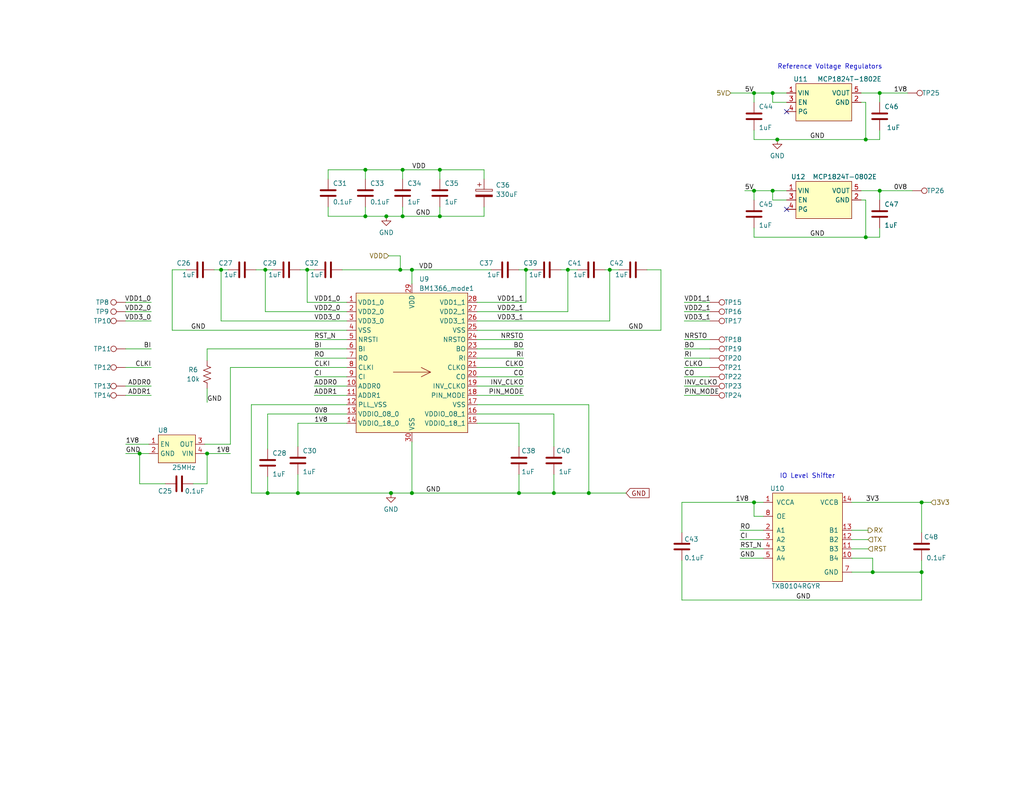
<source format=kicad_sch>
(kicad_sch (version 20231120) (generator "eeschema") (generator_version "8.0")
  (paper "A")
  (title_block (title "Bitaxe Ultra") (date "2023-12-10") (rev "204"))
  (lib_symbols
    (symbol "Connector:TestPoint" (pin_numbers hide) (pin_names (offset 0.762) hide)
      (property "Reference" "TP" (at 0 6.858 0))
      (property "Value" "TestPoint" (at 0 5.08 0))
      (symbol "TestPoint_0_1"
        (circle (center 0 3.302) (radius 0.762))
      )
      (symbol "TestPoint_1_1"
        (pin passive line (at 0 0 90) (length 2.54) (name "1") (number "1"))
      )
    )
    (symbol "Device:C" (pin_numbers hide) (pin_names (offset 0.254))
      (property "Reference" "C" (at 0.635 2.54 0))
      (property "Value" "C" (at 0.635 -2.54 0))
      (symbol "C_0_1"
        (polyline (pts (xy -2.032 -0.762) (xy 2.032 -0.762)) (stroke (width 0.508)))
        (polyline (pts (xy -2.032 0.762) (xy 2.032 0.762)) (stroke (width 0.508)))
      )
      (symbol "C_1_1"
        (pin passive line (at 0 3.81 270) (length 2.794) (name "~") (number "1"))
        (pin passive line (at 0 -3.81 90) (length 2.794) (name "~") (number "2"))
      )
    )
    (symbol "Device:C_Polarized" (pin_numbers hide) (pin_names (offset 0.254))
      (property "Reference" "C" (at 0.635 2.54 0))
      (property "Value" "C_Polarized" (at 0.635 -2.54 0))
      (symbol "C_Polarized_0_1"
        (rectangle (start -2.286 0.508) (end 2.286 1.016))
        (polyline (pts (xy -1.778 2.286) (xy -0.762 2.286)))
        (polyline (pts (xy -1.27 2.794) (xy -1.27 1.778)))
        (rectangle (start 2.286 -0.508) (end -2.286 -1.016) (fill (type outline)))
      )
      (symbol "C_Polarized_1_1"
        (pin passive line (at 0 3.81 270) (length 2.794) (name "~") (number "1"))
        (pin passive line (at 0 -3.81 90) (length 2.794) (name "~") (number "2"))
      )
    )
    (symbol "Device:R_US" (pin_numbers hide) (pin_names (offset 0))
      (property "Reference" "R" (at 2.54 0 90))
      (property "Value" "R_US" (at -2.54 0 90))
      (symbol "R_US_0_1"
        (polyline (pts (xy 0 -2.286) (xy 0 -2.54)))
        (polyline (pts (xy 0 2.286) (xy 0 2.54)))
        (polyline (pts (xy 0 -0.762) (xy 1.016 -1.143) (xy 0 -1.524) (xy -1.016 -1.905) (xy 0 -2.286)))
        (polyline (pts (xy 0 0.762) (xy 1.016 0.381) (xy 0 0) (xy -1.016 -0.381) (xy 0 -0.762)))
        (polyline (pts (xy 0 2.286) (xy 1.016 1.905) (xy 0 1.524) (xy -1.016 1.143) (xy 0 0.762)))
      )
      (symbol "R_US_1_1"
        (pin passive line (at 0 3.81 270) (length 1.27) (name "~") (number "1"))
        (pin passive line (at 0 -3.81 90) (length 1.27) (name "~") (number "2"))
      )
    )
    (symbol "MCP1824_1"
      (property "Reference" "U" (at -7.62 5.08 0))
      (property "Value" "MCP1824_1" (at 5.08 5.08 0))
      (symbol "MCP1824_1_0_1"
        (rectangle (start -7.62 3.81) (end 7.62 -6.35) (stroke (width 0.1524)) (fill (type background)))
      )
      (symbol "MCP1824_1_1_0"
        (pin bidirectional line (at -10.16 1.27 0) (length 2.54) (name "VIN") (number "1"))
        (pin bidirectional line (at 10.16 -1.27 180) (length 2.54) (name "GND") (number "2"))
        (pin bidirectional line (at -10.16 -1.27 0) (length 2.54) (name "EN") (number "3"))
        (pin bidirectional line (at -10.16 -3.81 0) (length 2.54) (name "PG") (number "4"))
        (pin bidirectional line (at 10.16 1.27 180) (length 2.54) (name "VOUT") (number "5"))
      )
    )
    (symbol "bitaxe:BM1366_mode1"
      (property "Reference" "U14" (at 1.9559 24.13 0))
      (property "Value" "BM1366_mode1" (at 1.9559 21.59 0))
      (symbol "BM1366_mode1_0_1"
        (rectangle (start -15.24 20.32) (end 15.24 -17.78) (fill (type background)))
        (polyline (pts (xy 5.08 -1.27) (xy -5.08 -1.27)))
        (polyline (pts (xy 5.08 -1.27) (xy 2.54 -2.54)))
        (polyline (pts (xy 5.08 -1.27) (xy 2.54 0)))
      )
      (symbol "BM1366_mode1_1_1"
        (pin power_in line (at -17.78 17.78 0) (length 2.54) (name "VDD1_0") (number "1"))
        (pin input line (at -17.78 -5.08 0) (length 2.54) (name "ADDR0") (number "10"))
        (pin input line (at -17.78 -7.62 0) (length 2.54) (name "ADDR1") (number "11"))
        (pin power_in line (at -17.78 -10.16 0) (length 2.54) (name "PLL_VSS") (number "12"))
        (pin power_in line (at -17.78 -12.7 0) (length 2.54) (name "VDDIO_08_0") (number "13"))
        (pin power_in line (at -17.78 -15.24 0) (length 2.54) (name "VDDIO_18_0") (number "14"))
        (pin power_in line (at 17.78 -15.24 180) (length 2.54) (name "VDDIO_18_1") (number "15"))
        (pin power_in line (at 17.78 -12.7 180) (length 2.54) (name "VDDIO_08_1") (number "16"))
        (pin power_in line (at 17.78 -10.16 180) (length 2.54) (name "VSS") (number "17"))
        (pin input line (at 17.78 -7.62 180) (length 2.54) (name "PIN_MODE") (number "18"))
        (pin output line (at 17.78 -5.08 180) (length 2.54) (name "INV_CLKO") (number "19"))
        (pin power_in line (at -17.78 15.24 0) (length 2.54) (name "VDD2_0") (number "2"))
        (pin output line (at 17.78 -2.54 180) (length 2.54) (name "CO") (number "20"))
        (pin output line (at 17.78 0 180) (length 2.54) (name "CLKO") (number "21"))
        (pin input line (at 17.78 2.54 180) (length 2.54) (name "RI") (number "22"))
        (pin output line (at 17.78 5.08 180) (length 2.54) (name "BO") (number "23"))
        (pin output line (at 17.78 7.62 180) (length 2.54) (name "NRSTO") (number "24"))
        (pin power_in line (at 17.78 10.16 180) (length 2.54) (name "VSS") (number "25"))
        (pin power_in line (at 17.78 12.7 180) (length 2.54) (name "VDD3_1") (number "26"))
        (pin power_in line (at 17.78 15.24 180) (length 2.54) (name "VDD2_1") (number "27"))
        (pin power_in line (at 17.78 17.78 180) (length 2.54) (name "VDD1_1") (number "28"))
        (pin power_in line (at 0 22.86 270) (length 2.54) (name "VDD") (number "29"))
        (pin power_in line (at -17.78 12.7 0) (length 2.54) (name "VDD3_0") (number "3"))
        (pin power_in line (at 0 -20.32 90) (length 2.54) (name "VSS") (number "30"))
        (pin power_in line (at -17.78 10.16 0) (length 2.54) (name "VSS") (number "4"))
        (pin input line (at -17.78 7.62 0) (length 2.54) (name "NRSTI") (number "5"))
        (pin input line (at -17.78 5.08 0) (length 2.54) (name "BI") (number "6"))
        (pin output line (at -17.78 2.54 0) (length 2.54) (name "RO") (number "7"))
        (pin input line (at -17.78 0 0) (length 2.54) (name "CLKI") (number "8"))
        (pin input line (at -17.78 -2.54 0) (length 2.54) (name "CI") (number "9"))
      )
    )
    (symbol "bitaxe:MCP1824"
      (property "Reference" "U" (at -7.62 5.08 0))
      (property "Value" "MCP1824" (at 5.08 5.08 0))
      (symbol "MCP1824_0_1"
        (rectangle (start -7.62 3.81) (end 7.62 -6.35) (stroke (width 0.1524)) (fill (type background)))
      )
      (symbol "MCP1824_1_0"
        (pin bidirectional line (at -10.16 1.27 0) (length 2.54) (name "VIN") (number "1"))
        (pin bidirectional line (at 10.16 -1.27 180) (length 2.54) (name "GND") (number "2"))
        (pin bidirectional line (at -10.16 -1.27 0) (length 2.54) (name "EN") (number "3"))
        (pin bidirectional line (at -10.16 -3.81 0) (length 2.54) (name "PG") (number "4"))
        (pin bidirectional line (at 10.16 1.27 180) (length 2.54) (name "VOUT") (number "5"))
      )
    )
    (symbol "bitaxe:TXB0104RGYR" (pin_names (offset 1.016))
      (property "Reference" "U" (at -8.89 12.7 0))
      (property "Value" "TXB0104RGYR" (at -8.89 -11.43 0))
      (symbol "TXB0104RGYR_0_0"
        (rectangle (start -8.89 12.7) (end 10.16 -11.43) (stroke (width 0.1524)) (fill (type background)))
        (pin power_in line (at -11.43 10.16 0) (length 2.54) (name "VCCA") (number "1"))
        (pin bidirectional line (at 12.7 -5.08 180) (length 2.54) (name "B4") (number "10"))
        (pin bidirectional line (at 12.7 -2.54 180) (length 2.54) (name "B3") (number "11"))
        (pin bidirectional line (at 12.7 0 180) (length 2.54) (name "B2") (number "12"))
        (pin bidirectional line (at 12.7 2.54 180) (length 2.54) (name "B1") (number "13"))
        (pin power_in line (at 12.7 10.16 180) (length 2.54) (name "VCCB") (number "14"))
        (pin passive line (at 12.7 -8.89 180) (length 2.54) hide (name "GND") (number "15"))
        (pin passive line (at 12.7 -8.89 180) (length 2.54) hide (name "GND") (number "16"))
        (pin passive line (at 12.7 -8.89 180) (length 2.54) hide (name "GND") (number "17"))
        (pin passive line (at 12.7 -8.89 180) (length 2.54) hide (name "GND") (number "18"))
        (pin passive line (at 12.7 -8.89 180) (length 2.54) hide (name "GND") (number "19"))
        (pin bidirectional line (at -11.43 2.54 0) (length 2.54) (name "A1") (number "2"))
        (pin bidirectional line (at -11.43 0 0) (length 2.54) (name "A2") (number "3"))
        (pin bidirectional line (at -11.43 -2.54 0) (length 2.54) (name "A3") (number "4"))
        (pin bidirectional line (at -11.43 -5.08 0) (length 2.54) (name "A4") (number "5"))
        (pin power_in line (at 12.7 -8.89 180) (length 2.54) (name "GND") (number "7"))
        (pin input line (at -11.43 6.35 0) (length 2.54) (name "OE") (number "8"))
      )
      (symbol "TXB0104RGYR_1_1"
        (pin no_connect line (at -11.43 -8.89 0) (length 2.54) hide (name "NC") (number "6"))
        (pin no_connect line (at -11.43 -8.89 0) (length 2.54) hide (name "NC") (number "9"))
      )
    )
    (symbol "bitaxe:oscillator"
      (property "Reference" "U" (at -3.81 5.08 0))
      (property "Value" "oscillator" (at 0 -5.08 0))
      (symbol "oscillator_0_1"
        (rectangle (start -5.08 3.81) (end 5.08 -3.81) (stroke (width 0.1524)) (fill (type background)))
      )
      (symbol "oscillator_1_0"
        (pin bidirectional line (at -7.62 1.27 0) (length 2.54) (name "EN") (number "1"))
        (pin bidirectional line (at -7.62 -1.27 0) (length 2.54) (name "GND") (number "2"))
        (pin bidirectional line (at 7.62 1.27 180) (length 2.54) (name "OUT") (number "3"))
        (pin bidirectional line (at 7.62 -1.27 180) (length 2.54) (name "VIN") (number "4"))
      )
    )
    (symbol "power:GND" (power) (pin_names (offset 0))
      (property "Value" "GND" (at 0 -3.81 0))
      (symbol "GND_0_1"
        (polyline (pts (xy 0 0) (xy 0 -1.27) (xy 1.27 -1.27) (xy 0 -2.54) (xy -1.27 -1.27) (xy 0 -1.27)))
      )
      (symbol "GND_1_1"
        (pin power_in line (at 0 0 270) (length 0) hide (name "GND") (number "1"))
      )
    )
  )
  (junction (at 120.015 46.355))
  (junction (at 112.395 134.62))
  (junction (at 143.51 73.66))
  (junction (at 212.09 38.1))
  (junction (at 154.94 73.66))
  (junction (at 205.74 25.4) (diameter 0.9144))
  (junction (at 160.655 134.62))
  (junction (at 81.28 134.62))
  (junction (at 251.46 156.21))
  (junction (at 105.41 59.055))
  (junction (at 60.325 73.66))
  (junction (at 73.025 134.62))
  (junction (at 106.68 134.62))
  (junction (at 236.22 64.77) (diameter 0.9144))
  (junction (at 38.1 123.825))
  (junction (at 240.03 25.4) (diameter 0.9144))
  (junction (at 151.13 134.62))
  (junction (at 205.74 52.07) (diameter 0.9144))
  (junction (at 210.82 52.07))
  (junction (at 236.22 38.1) (diameter 0.9144))
  (junction (at 109.22 73.66))
  (junction (at 99.695 46.355) (diameter 0.9144))
  (junction (at 112.395 73.66))
  (junction (at 99.695 59.055) (diameter 0.9144))
  (junction (at 72.39 73.66))
  (junction (at 210.82 25.4))
  (junction (at 120.015 59.055))
  (junction (at 109.855 46.355) (diameter 0.9144))
  (junction (at 109.855 59.055) (diameter 0.9144))
  (junction (at 83.82 73.66))
  (junction (at 205.74 137.16))
  (junction (at 238.125 156.21))
  (junction (at 56.515 123.825))
  (junction (at 141.605 134.62))
  (junction (at 166.37 73.66))
  (junction (at 251.46 137.16))
  (junction (at 240.03 52.07) (diameter 0.9144))
  (no_connect (at 214.63 57.15))
  (no_connect (at 214.63 30.48))
  (wire (pts (xy 34.29 121.285) (xy 40.64 121.285)))
  (wire (pts (xy 132.08 48.895) (xy 132.08 46.355)))
  (wire (pts (xy 210.82 25.4) (xy 214.63 25.4)))
  (wire (pts (xy 55.88 123.825) (xy 56.515 123.825)))
  (wire (pts (xy 34.29 85.09) (xy 41.275 85.09)))
  (wire (pts (xy 34.29 87.63) (xy 41.275 87.63)))
  (wire (pts (xy 166.37 87.63) (xy 166.37 73.66)))
  (wire (pts (xy 180.34 90.17) (xy 180.34 73.66)))
  (wire (pts (xy 154.94 85.09) (xy 154.94 73.66)))
  (wire (pts (xy 85.725 102.87) (xy 94.615 102.87)))
  (wire (pts (xy 186.69 100.33) (xy 193.675 100.33)))
  (wire (pts (xy 68.58 134.62) (xy 73.025 134.62)))
  (wire (pts (xy 38.1 123.825) (xy 40.64 123.825)))
  (wire (pts (xy 210.82 52.07) (xy 214.63 52.07)))
  (wire (pts (xy 186.055 137.16) (xy 205.74 137.16)))
  (wire (pts (xy 238.125 152.4) (xy 238.125 156.21)))
  (wire (pts (xy 232.41 149.86) (xy 236.855 149.86)))
  (wire (pts (xy 105.41 59.055) (xy 99.695 59.055)))
  (wire (pts (xy 112.395 120.65) (xy 112.395 134.62)))
  (wire (pts (xy 109.22 73.66) (xy 112.395 73.66)))
  (wire (pts (xy 112.395 134.62) (xy 141.605 134.62)))
  (wire (pts (xy 240.03 35.56) (xy 240.03 38.1)))
  (wire (pts (xy 236.22 27.94) (xy 234.95 27.94)))
  (wire (pts (xy 205.74 52.07) (xy 210.82 52.07)))
  (wire (pts (xy 186.69 105.41) (xy 193.675 105.41)))
  (wire (pts (xy 56.515 123.825) (xy 62.865 123.825)))
  (wire (pts (xy 130.175 105.41) (xy 142.875 105.41)))
  (wire (pts (xy 151.13 129.54) (xy 151.13 134.62)))
  (wire (pts (xy 186.69 85.09) (xy 193.675 85.09)))
  (wire (pts (xy 201.93 149.86) (xy 208.28 149.86)))
  (wire (pts (xy 34.29 123.825) (xy 38.1 123.825)))
  (wire (pts (xy 186.69 92.71) (xy 193.675 92.71)))
  (wire (pts (xy 130.175 92.71) (xy 142.875 92.71)))
  (wire (pts (xy 251.46 156.21) (xy 251.46 163.83)))
  (wire (pts (xy 130.175 82.55) (xy 143.51 82.55)))
  (wire (pts (xy 236.22 54.61) (xy 234.95 54.61)))
  (wire (pts (xy 56.515 132.08) (xy 56.515 123.825)))
  (wire (pts (xy 99.695 48.895) (xy 99.695 46.355)))
  (wire (pts (xy 240.03 38.1) (xy 236.22 38.1)))
  (wire (pts (xy 109.855 56.515) (xy 109.855 59.055)))
  (wire (pts (xy 151.13 113.03) (xy 151.13 121.92)))
  (wire (pts (xy 205.74 62.23) (xy 205.74 64.77)))
  (wire (pts (xy 130.175 110.49) (xy 160.655 110.49)))
  (wire (pts (xy 208.28 140.97) (xy 205.74 140.97)))
  (wire (pts (xy 81.28 115.57) (xy 94.615 115.57)))
  (wire (pts (xy 52.705 132.08) (xy 56.515 132.08)))
  (wire (pts (xy 232.41 152.4) (xy 238.125 152.4)))
  (wire (pts (xy 205.74 52.07) (xy 205.74 54.61)))
  (wire (pts (xy 236.22 64.77) (xy 205.74 64.77)))
  (wire (pts (xy 141.605 73.66) (xy 143.51 73.66)))
  (wire (pts (xy 240.03 62.23) (xy 240.03 64.77)))
  (wire (pts (xy 201.93 144.78) (xy 208.28 144.78)))
  (wire (pts (xy 109.855 48.895) (xy 109.855 46.355)))
  (wire (pts (xy 151.13 134.62) (xy 160.655 134.62)))
  (wire (pts (xy 240.03 52.07) (xy 248.92 52.07)))
  (wire (pts (xy 210.82 27.94) (xy 210.82 25.4)))
  (wire (pts (xy 81.915 73.66) (xy 83.82 73.66)))
  (wire (pts (xy 186.69 95.25) (xy 193.675 95.25)))
  (wire (pts (xy 153.035 73.66) (xy 154.94 73.66)))
  (wire (pts (xy 240.03 64.77) (xy 236.22 64.77)))
  (wire (pts (xy 109.22 69.85) (xy 109.22 73.66)))
  (wire (pts (xy 205.74 35.56) (xy 205.74 38.1)))
  (wire (pts (xy 72.39 73.66) (xy 74.295 73.66)))
  (wire (pts (xy 85.725 105.41) (xy 94.615 105.41)))
  (wire (pts (xy 60.325 87.63) (xy 60.325 73.66)))
  (wire (pts (xy 236.22 54.61) (xy 236.22 64.77)))
  (wire (pts (xy 120.015 59.055) (xy 109.855 59.055)))
  (wire (pts (xy 69.85 73.66) (xy 72.39 73.66)))
  (wire (pts (xy 251.46 137.16) (xy 254 137.16)))
  (wire (pts (xy 251.46 137.16) (xy 251.46 145.415)))
  (wire (pts (xy 34.29 95.25) (xy 41.275 95.25)))
  (wire (pts (xy 73.025 130.175) (xy 73.025 134.62)))
  (wire (pts (xy 46.99 73.66) (xy 50.8 73.66)))
  (wire (pts (xy 143.51 73.66) (xy 145.415 73.66)))
  (wire (pts (xy 73.025 134.62) (xy 81.28 134.62)))
  (wire (pts (xy 186.69 97.79) (xy 193.675 97.79)))
  (wire (pts (xy 232.41 147.32) (xy 236.855 147.32)))
  (wire (pts (xy 130.175 87.63) (xy 166.37 87.63)))
  (wire (pts (xy 232.41 156.21) (xy 238.125 156.21)))
  (wire (pts (xy 130.175 90.17) (xy 180.34 90.17)))
  (wire (pts (xy 34.29 82.55) (xy 41.275 82.55)))
  (wire (pts (xy 130.175 107.95) (xy 142.875 107.95)))
  (wire (pts (xy 83.82 82.55) (xy 94.615 82.55)))
  (wire (pts (xy 99.695 59.055) (xy 89.535 59.055)))
  (wire (pts (xy 133.985 73.66) (xy 112.395 73.66)))
  (wire (pts (xy 60.325 73.66) (xy 62.23 73.66)))
  (wire (pts (xy 73.025 113.03) (xy 73.025 122.555)))
  (wire (pts (xy 214.63 54.61) (xy 210.82 54.61)))
  (wire (pts (xy 93.345 73.66) (xy 109.22 73.66)))
  (wire (pts (xy 85.725 107.95) (xy 94.615 107.95)))
  (wire (pts (xy 73.025 113.03) (xy 94.615 113.03)))
  (wire (pts (xy 89.535 56.515) (xy 89.535 59.055)))
  (wire (pts (xy 236.22 27.94) (xy 236.22 38.1)))
  (wire (pts (xy 109.855 59.055) (xy 105.41 59.055)))
  (wire (pts (xy 165.1 73.66) (xy 166.37 73.66)))
  (wire (pts (xy 109.855 46.355) (xy 120.015 46.355)))
  (wire (pts (xy 130.175 95.25) (xy 142.875 95.25)))
  (wire (pts (xy 58.42 73.66) (xy 60.325 73.66)))
  (wire (pts (xy 232.41 144.78) (xy 236.855 144.78)))
  (wire (pts (xy 234.95 52.07) (xy 240.03 52.07)))
  (wire (pts (xy 130.175 100.33) (xy 142.875 100.33)))
  (wire (pts (xy 120.015 48.895) (xy 120.015 46.355)))
  (wire (pts (xy 106.045 69.85) (xy 109.22 69.85)))
  (wire (pts (xy 72.39 85.09) (xy 72.39 73.66)))
  (wire (pts (xy 85.725 92.71) (xy 94.615 92.71)))
  (wire (pts (xy 238.125 156.21) (xy 251.46 156.21)))
  (wire (pts (xy 205.74 25.4) (xy 210.82 25.4)))
  (wire (pts (xy 199.39 25.4) (xy 205.74 25.4)))
  (wire (pts (xy 205.74 25.4) (xy 205.74 27.94)))
  (wire (pts (xy 141.605 129.54) (xy 141.605 134.62)))
  (wire (pts (xy 81.28 129.54) (xy 81.28 134.62)))
  (wire (pts (xy 34.29 100.33) (xy 41.275 100.33)))
  (wire (pts (xy 203.2 52.07) (xy 205.74 52.07)))
  (wire (pts (xy 186.69 87.63) (xy 193.675 87.63)))
  (wire (pts (xy 72.39 85.09) (xy 94.615 85.09)))
  (wire (pts (xy 55.88 121.285) (xy 62.865 121.285)))
  (wire (pts (xy 234.95 25.4) (xy 240.03 25.4)))
  (wire (pts (xy 160.655 110.49) (xy 160.655 134.62)))
  (wire (pts (xy 62.865 100.33) (xy 62.865 121.285)))
  (wire (pts (xy 143.51 82.55) (xy 143.51 73.66)))
  (wire (pts (xy 130.175 115.57) (xy 141.605 115.57)))
  (wire (pts (xy 251.46 153.035) (xy 251.46 156.21)))
  (wire (pts (xy 99.695 56.515) (xy 99.695 59.055)))
  (wire (pts (xy 210.82 54.61) (xy 210.82 52.07)))
  (wire (pts (xy 130.175 85.09) (xy 154.94 85.09)))
  (wire (pts (xy 201.93 152.4) (xy 208.28 152.4)))
  (wire (pts (xy 56.515 106.045) (xy 56.515 109.855)))
  (wire (pts (xy 186.055 153.035) (xy 186.055 163.83)))
  (wire (pts (xy 186.69 107.95) (xy 193.675 107.95)))
  (wire (pts (xy 154.94 73.66) (xy 157.48 73.66)))
  (wire (pts (xy 112.395 73.66) (xy 112.395 77.47)))
  (wire (pts (xy 180.34 73.66) (xy 176.53 73.66)))
  (wire (pts (xy 60.325 87.63) (xy 94.615 87.63)))
  (wire (pts (xy 160.655 134.62) (xy 170.815 134.62)))
  (wire (pts (xy 141.605 115.57) (xy 141.605 121.92)))
  (wire (pts (xy 56.515 95.25) (xy 94.615 95.25)))
  (wire (pts (xy 85.725 97.79) (xy 94.615 97.79)))
  (wire (pts (xy 89.535 46.355) (xy 99.695 46.355)))
  (wire (pts (xy 240.03 25.4) (xy 240.03 27.94)))
  (wire (pts (xy 81.28 115.57) (xy 81.28 121.92)))
  (wire (pts (xy 212.09 38.1) (xy 205.74 38.1)))
  (wire (pts (xy 130.175 97.79) (xy 142.875 97.79)))
  (wire (pts (xy 56.515 95.25) (xy 56.515 98.425)))
  (wire (pts (xy 166.37 73.66) (xy 168.91 73.66)))
  (wire (pts (xy 240.03 52.07) (xy 240.03 54.61)))
  (wire (pts (xy 120.015 46.355) (xy 132.08 46.355)))
  (wire (pts (xy 240.03 25.4) (xy 247.65 25.4)))
  (wire (pts (xy 186.055 145.415) (xy 186.055 137.16)))
  (wire (pts (xy 99.695 46.355) (xy 109.855 46.355)))
  (wire (pts (xy 62.865 100.33) (xy 94.615 100.33)))
  (wire (pts (xy 141.605 134.62) (xy 151.13 134.62)))
  (wire (pts (xy 34.29 105.41) (xy 41.275 105.41)))
  (wire (pts (xy 232.41 137.16) (xy 251.46 137.16)))
  (wire (pts (xy 132.08 56.515) (xy 132.08 59.055)))
  (wire (pts (xy 45.085 132.08) (xy 38.1 132.08)))
  (wire (pts (xy 186.69 102.87) (xy 193.675 102.87)))
  (wire (pts (xy 120.015 56.515) (xy 120.015 59.055)))
  (wire (pts (xy 89.535 48.895) (xy 89.535 46.355)))
  (wire (pts (xy 83.82 73.66) (xy 85.725 73.66)))
  (wire (pts (xy 94.615 90.17) (xy 46.99 90.17)))
  (wire (pts (xy 205.74 140.97) (xy 205.74 137.16)))
  (wire (pts (xy 94.615 110.49) (xy 68.58 110.49)))
  (wire (pts (xy 81.28 134.62) (xy 106.68 134.62)))
  (wire (pts (xy 186.69 82.55) (xy 193.675 82.55)))
  (wire (pts (xy 83.82 73.66) (xy 83.82 82.55)))
  (wire (pts (xy 205.74 137.16) (xy 208.28 137.16)))
  (wire (pts (xy 130.175 113.03) (xy 151.13 113.03)))
  (wire (pts (xy 201.93 147.32) (xy 208.28 147.32)))
  (wire (pts (xy 186.055 163.83) (xy 251.46 163.83)))
  (wire (pts (xy 38.1 132.08) (xy 38.1 123.825)))
  (wire (pts (xy 120.015 59.055) (xy 132.08 59.055)))
  (wire (pts (xy 130.175 102.87) (xy 142.875 102.87)))
  (wire (pts (xy 68.58 110.49) (xy 68.58 134.62)))
  (wire (pts (xy 214.63 27.94) (xy 210.82 27.94)))
  (wire (pts (xy 46.99 90.17) (xy 46.99 73.66)))
  (wire (pts (xy 106.68 134.62) (xy 112.395 134.62)))
  (wire (pts (xy 34.29 107.95) (xy 41.275 107.95)))
  (wire (pts (xy 236.22 38.1) (xy 212.09 38.1)))
  (text "Reference Voltage Regulators" (at 212.09 19.05 0) (effects (font (size 1.27 1.27)) (justify left bottom)))
  (text "IO Level Shifter" (at 212.725 130.81 0) (effects (font (size 1.27 1.27)) (justify left bottom)))
  (label "VDD1_0" (at 85.725 82.55 0))
  (label "GND" (at 220.98 38.1 0))
  (label "NRSTO" (at 142.875 92.71 180))
  (label "GND" (at 171.45 90.17 0))
  (label "BO" (at 142.875 95.25 180))
  (label "ADDR1" (at 85.725 107.95 0))
  (label "VDD1_1" (at 186.69 82.55 0))
  (label "CLKO" (at 186.69 100.33 0))
  (label "INV_CLKO" (at 142.875 105.41 180))
  (label "1V8" (at 243.84 25.4 0))
  (label "CO" (at 186.69 102.87 0))
  (label "PIN_MODE" (at 142.875 107.95 180))
  (label "VDD2_1" (at 142.875 85.09 180))
  (label "VDD2_1" (at 186.69 85.09 0))
  (label "RI" (at 186.69 97.79 0))
  (label "GND" (at 52.07 90.17 0))
  (label "GND" (at 116.205 134.62 0))
  (label "5V" (at 203.2 52.07 0))
  (label "RO" (at 201.93 144.78 0))
  (label "1V8" (at 34.29 121.285 0))
  (label "VDD" (at 114.3 73.66 0))
  (label "0V8" (at 243.84 52.07 0))
  (label "BI" (at 41.275 95.25 180))
  (label "VDD3_1" (at 186.69 87.63 0))
  (label "CLKO" (at 142.875 100.33 180))
  (label "GND" (at 34.29 123.825 0))
  (label "VDD3_0" (at 85.725 87.63 0))
  (label "5V" (at 203.2 25.4 0))
  (label "VDD" (at 112.395 46.355 0))
  (label "RO" (at 85.725 97.79 0))
  (label "GND" (at 56.515 109.855 0))
  (label "VDD1_1" (at 142.875 82.55 180))
  (label "ADDR0" (at 85.725 105.41 0))
  (label "ADDR0" (at 34.925 105.41 0))
  (label "BO" (at 186.69 95.25 0))
  (label "1V8" (at 200.66 137.16 0))
  (label "CLKI" (at 85.725 100.33 0))
  (label "CO" (at 142.875 102.87 180))
  (label "RST_N" (at 85.725 92.71 0))
  (label "VDD3_0" (at 41.275 87.63 180))
  (label "ADDR1" (at 34.925 107.95 0))
  (label "1V8" (at 85.725 115.57 0))
  (label "GND" (at 220.98 64.77 0))
  (label "GND" (at 201.93 152.4 0))
  (label "CLKI" (at 41.275 100.33 180))
  (label "NRSTO" (at 186.69 92.71 0))
  (label "RI" (at 142.875 97.79 180))
  (label "VDD1_0" (at 41.275 82.55 180))
  (label "PIN_MODE" (at 186.69 107.95 0))
  (label "VDD2_0" (at 85.725 85.09 0))
  (label "BI" (at 85.725 95.25 0))
  (label "GND" (at 217.17 163.83 0))
  (label "VDD2_0" (at 41.275 85.09 180))
  (label "CI" (at 201.93 147.32 0))
  (label "CI" (at 85.725 102.87 0))
  (label "VDD3_1" (at 142.875 87.63 180))
  (label "1V8" (at 59.055 123.825 0))
  (label "0V8" (at 85.725 113.03 0))
  (label "GND" (at 117.475 59.055 180))
  (label "INV_CLKO" (at 186.69 105.41 0))
  (label "RST_N" (at 201.93 149.86 0))
  (label "3V3" (at 236.22 137.16 0))
  (global_label "GND" (shape input) (at 170.815 134.62 0) (property "Intersheetrefs" "${INTERSHEET_REFS}" (effects (hide yes))))
  (hierarchical_label "RST" (shape input) (at 236.855 149.86 0))
  (hierarchical_label "5V" (shape input) (at 199.39 25.4 180))
  (hierarchical_label "3V3" (shape input) (at 254 137.16 0))
  (hierarchical_label "TX" (shape input) (at 236.855 147.32 0))
  (hierarchical_label "VDD" (shape input) (at 106.045 69.85 180))
  (hierarchical_label "RX" (shape output) (at 236.855 144.78 0))
  (symbol (lib_id "Connector:TestPoint") (at 34.29 87.63 90) (unit 1) (in_bom no)
    (property "Reference" "TP10" (at 27.94 87.63 90))
    (property "Value" "TestPoint" (effects (hide yes)))
    (property "Footprint" "TestPoint:TestPoint_Pad_D1.5mm" (effects (hide yes)))
  )
  (symbol (lib_id "Device:C") (at 240.03 31.75 0) (unit 1)
    (property "Reference" "C46" (at 241.3 29.845 0) (effects (justify left bottom)))
    (property "Value" "1uF" (at 241.935 35.56 0) (effects (justify left bottom)))
    (property "Footprint" "Capacitor_SMD:C_0402_1005Metric" (effects (hide yes)))
    (property "DK" "587-5514-1-ND" (effects (hide yes)))
    (property "PARTNO" "EMK105BJ105MV-F" (effects (hide yes)))
  )
  (symbol (lib_id "Device:C") (at 205.74 31.75 0) (unit 1)
    (property "Reference" "C44" (at 207.01 29.845 0) (effects (justify left bottom)))
    (property "Value" "1uF" (at 207.01 35.56 0) (effects (justify left bottom)))
    (property "Footprint" "Capacitor_SMD:C_0402_1005Metric" (effects (hide yes)))
    (property "DK" "587-5514-1-ND" (effects (hide yes)))
    (property "PARTNO" "EMK105BJ105MV-F" (effects (hide yes)))
  )
  (symbol (lib_id "Device:C") (at 89.535 52.705 0) (unit 1)
    (property "Reference" "C31" (at 90.805 50.8 0) (effects (justify left bottom)))
    (property "Value" "0.1uF" (at 90.805 55.88 0) (effects (justify left bottom)))
    (property "Footprint" "Capacitor_SMD:C_0402_1005Metric" (effects (hide yes)))
    (property "DK" "1292-1639-1-ND" (effects (hide yes)))
    (property "PARTNO" "0402X104K100CT" (effects (hide yes)))
  )
  (symbol (lib_id "Connector:TestPoint") (at 193.675 102.87 270) (unit 1) (in_bom no)
    (property "Reference" "TP22" (at 200.025 102.87 90))
    (property "Value" "TestPoint" (effects (hide yes)))
    (property "Footprint" "TestPoint:TestPoint_Pad_D1.5mm" (effects (hide yes)))
  )
  (symbol (lib_id "Device:C") (at 172.72 73.66 90) (unit 1)
    (property "Reference" "C42" (at 170.18 71.12 90) (effects (justify left bottom)))
    (property "Value" "1uF" (at 171.45 74.295 90) (effects (justify left bottom)))
    (property "Footprint" "Capacitor_SMD:C_0402_1005Metric" (effects (hide yes)))
    (property "DK" "587-5514-1-ND" (effects (hide yes)))
    (property "PARTNO" "EMK105BJ105MV-F" (effects (hide yes)))
  )
  (symbol (lib_id "power:GND") (at 106.68 134.62 0) (mirror y) (unit 1)
    (property "Reference" "#PWR02" (effects (hide yes)))
    (property "Value" "GND" (at 106.68 139.065 0))
  )
  (symbol (lib_id "Connector:TestPoint") (at 34.29 85.09 90) (unit 1) (in_bom no)
    (property "Reference" "TP9" (at 27.94 85.09 90))
    (property "Value" "TestPoint" (effects (hide yes)))
    (property "Footprint" "TestPoint:TestPoint_Pad_D1.5mm" (effects (hide yes)))
  )
  (symbol (lib_id "Connector:TestPoint") (at 34.29 95.25 90) (unit 1) (in_bom no)
    (property "Reference" "TP11" (at 27.94 95.25 90))
    (property "Value" "TestPoint" (effects (hide yes)))
    (property "Footprint" "TestPoint:TestPoint_Pad_D1.5mm" (effects (hide yes)))
  )
  (symbol (lib_id "Device:C") (at 161.29 73.66 90) (unit 1)
    (property "Reference" "C41" (at 158.75 71.12 90) (effects (justify left bottom)))
    (property "Value" "1uF" (at 160.02 74.295 90) (effects (justify left bottom)))
    (property "Footprint" "Capacitor_SMD:C_0402_1005Metric" (effects (hide yes)))
    (property "DK" "587-5514-1-ND" (effects (hide yes)))
    (property "PARTNO" "EMK105BJ105MV-F" (effects (hide yes)))
  )
  (symbol (lib_id "Connector:TestPoint") (at 193.675 87.63 270) (unit 1) (in_bom no)
    (property "Reference" "TP17" (at 200.025 87.63 90))
    (property "Value" "TestPoint" (effects (hide yes)))
    (property "Footprint" "TestPoint:TestPoint_Pad_D1.5mm" (effects (hide yes)))
  )
  (symbol (lib_id "Device:C") (at 251.46 149.225 0) (unit 1)
    (property "Reference" "C48" (at 252.095 147.32 0) (effects (justify left bottom)))
    (property "Value" "0.1uF" (at 252.73 153.035 0) (effects (justify left bottom)))
    (property "Footprint" "Capacitor_SMD:C_0402_1005Metric" (effects (hide yes)))
    (property "DK" "1292-1639-1-ND" (effects (hide yes)))
    (property "PARTNO" "0402X104K100CT" (effects (hide yes)))
  )
  (symbol (lib_id "bitaxe:oscillator") (at 48.26 122.555 0) (unit 1)
    (property "Reference" "U8" (at 44.45 117.475 0))
    (property "Value" "25MHz" (at 50.165 127.635 0))
    (property "Footprint" "bitaxe:O 25,0-JO32-B-1V3-1-T1-LF" (effects (hide yes)))
    (property "Datasheet" "https://www.jauch.com/downloadfile/5ef1edcfb8e2f73163c8ce8009ef659d1/jo32-1.8-3.3v.pdf" (effects (hide yes)))
    (property "DK" "1908-O250-JO32-B-1V3-1-T1-LFCT-ND" (effects (hide yes)))
    (property "PARTNO" "O 25,0-JO32-B-1V3-1-T1-LF" (effects (hide yes)))
  )
  (symbol (lib_id "Device:C") (at 99.695 52.705 0) (unit 1)
    (property "Reference" "C33" (at 100.965 50.8 0) (effects (justify left bottom)))
    (property "Value" "0.1uF" (at 100.965 55.88 0) (effects (justify left bottom)))
    (property "Footprint" "Capacitor_SMD:C_0402_1005Metric" (effects (hide yes)))
    (property "DK" "1292-1639-1-ND" (effects (hide yes)))
    (property "PARTNO" "0402X104K100CT" (effects (hide yes)))
  )
  (symbol (lib_id "Device:C") (at 186.055 149.225 0) (unit 1)
    (property "Reference" "C43" (at 186.69 147.955 0) (effects (justify left bottom)))
    (property "Value" "0.1uF" (at 186.69 153.035 0) (effects (justify left bottom)))
    (property "Footprint" "Capacitor_SMD:C_0402_1005Metric" (effects (hide yes)))
    (property "DK" "1292-1639-1-ND" (effects (hide yes)))
    (property "PARTNO" "0402X104K100CT" (effects (hide yes)))
  )
  (symbol (lib_id "Device:C_Polarized") (at 132.08 52.705 0) (unit 1)
    (property "Reference" "C36" (at 135.255 50.5459 0) (effects (justify left)))
    (property "Value" "330uF" (at 135.255 53.0859 0) (effects (justify left)))
    (property "Footprint" "Capacitor_Tantalum_SMD:CP_EIA-7343-31_Kemet-D_Pad2.25x2.55mm_HandSolder" (effects (hide yes)))
    (property "DK" "718-1028-1-ND" (effects (hide yes)))
    (property "PARTNO" "293D337X9010E2TE3" (effects (hide yes)))
  )
  (symbol (lib_id "Connector:TestPoint") (at 193.675 82.55 270) (unit 1) (in_bom no)
    (property "Reference" "TP15" (at 200.025 82.55 90))
    (property "Value" "TestPoint" (effects (hide yes)))
    (property "Footprint" "TestPoint:TestPoint_Pad_D1.5mm" (effects (hide yes)))
  )
  (symbol (lib_id "Connector:TestPoint") (at 193.675 97.79 270) (unit 1) (in_bom no)
    (property "Reference" "TP20" (at 200.025 97.79 90))
    (property "Value" "TestPoint" (effects (hide yes)))
    (property "Footprint" "TestPoint:TestPoint_Pad_D1.5mm" (effects (hide yes)))
  )
  (symbol (lib_id "Connector:TestPoint") (at 34.29 82.55 90) (unit 1) (in_bom no)
    (property "Reference" "TP8" (at 27.94 82.55 90))
    (property "Value" "TestPoint" (effects (hide yes)))
    (property "Footprint" "TestPoint:TestPoint_Pad_D1.5mm" (effects (hide yes)))
  )
  (symbol (lib_id "Device:C") (at 48.895 132.08 90) (unit 1)
    (property "Reference" "C25" (at 46.99 133.35 90) (effects (justify left bottom)))
    (property "Value" "0.1uF" (at 55.88 133.35 90) (effects (justify left bottom)))
    (property "Footprint" "Capacitor_SMD:C_0402_1005Metric" (effects (hide yes)))
    (property "DK" "1292-1639-1-ND" (effects (hide yes)))
    (property "PARTNO" "0402X104K100CT" (effects (hide yes)))
  )
  (symbol (lib_id "Connector:TestPoint") (at 248.92 52.07 270) (mirror x) (unit 1) (in_bom no)
    (property "Reference" "TP26" (at 255.27 52.07 90))
    (property "Value" "TestPoint" (effects (hide yes)))
    (property "Footprint" "TestPoint:TestPoint_Pad_D1.5mm" (effects (hide yes)))
  )
  (symbol (lib_id "Connector:TestPoint") (at 193.675 92.71 270) (unit 1) (in_bom no)
    (property "Reference" "TP18" (at 200.025 92.71 90))
    (property "Value" "TestPoint" (effects (hide yes)))
    (property "Footprint" "TestPoint:TestPoint_Pad_D1.5mm" (effects (hide yes)))
  )
  (symbol (lib_id "Connector:TestPoint") (at 34.29 105.41 90) (unit 1) (in_bom no)
    (property "Reference" "TP13" (at 27.94 105.41 90))
    (property "Value" "TestPoint" (effects (hide yes)))
    (property "Footprint" "TestPoint:TestPoint_Pad_D1.5mm" (effects (hide yes)))
  )
  (symbol (lib_id "Device:C") (at 137.795 73.66 90) (unit 1)
    (property "Reference" "C37" (at 134.62 71.12 90) (effects (justify left bottom)))
    (property "Value" "1uF" (at 136.525 74.295 90) (effects (justify left bottom)))
    (property "Footprint" "Capacitor_SMD:C_0402_1005Metric" (effects (hide yes)))
    (property "DK" "587-5514-1-ND" (effects (hide yes)))
    (property "PARTNO" "EMK105BJ105MV-F" (effects (hide yes)))
  )
  (symbol (lib_id "Device:C") (at 109.855 52.705 0) (unit 1)
    (property "Reference" "C34" (at 111.125 50.8 0) (effects (justify left bottom)))
    (property "Value" "1uF" (at 111.125 55.88 0) (effects (justify left bottom)))
    (property "Footprint" "Capacitor_SMD:C_0402_1005Metric" (effects (hide yes)))
    (property "DK" "587-5514-1-ND" (effects (hide yes)))
    (property "PARTNO" "EMK105BJ105MV-F" (effects (hide yes)))
  )
  (symbol (lib_name "MCP1824_1") (lib_id "bitaxe:MCP1824") (at 224.79 53.34 0) (unit 1)
    (property "Reference" "U12" (at 217.805 48.26 0))
    (property "Value" "MCP1824T-0802E" (at 230.505 48.26 0))
    (property "Footprint" "Package_TO_SOT_SMD:SOT-23-5" (effects (hide yes)))
    (property "Datasheet" "https://ww1.microchip.com/downloads/en/DeviceDoc/22070a.pdf" (effects (hide yes)))
    (property "PARTNO" "MCP1824T-0802E/OT" (effects (hide yes)))
    (property "DK" "MCP1824T-0802E/OTCT-ND" (effects (hide yes)))
  )
  (symbol (lib_id "bitaxe:TXB0104RGYR") (at 219.71 147.32 0) (unit 1)
    (property "Reference" "U10" (at 212.09 133.35 0))
    (property "Value" "TXB0104RGYR" (at 217.17 160.02 0))
    (property "Footprint" "bitaxe:TXB0104" (effects (hide yes)))
    (property "Datasheet" "https://www.ti.com/lit/ds/symlink/txb0104.pdf?HQS=dis-dk-null-digikeymode-dsf-pf-null-wwe&ts=1669420543825&ref_url=https%253A%252F%252Fwww.ti.com%252Fgeneral%252Fdocs%252Fsuppproductinfo.tsp%253FdistId%253D10%2526gotoUrl%253Dhttps%253A%252F%252Fwww.ti.com%252Flit%252Fgpn%252Ftxb0104" (effects (hide yes)))
    (property "DK" "296-21930-1-ND" (effects (hide yes)))
    (property "PARTNO" "TXB0104RGYR" (effects (hide yes)))
  )
  (symbol (lib_id "Device:C") (at 66.04 73.66 90) (unit 1)
    (property "Reference" "C27" (at 63.5 71.12 90) (effects (justify left bottom)))
    (property "Value" "1uF" (at 64.77 74.295 90) (effects (justify left bottom)))
    (property "Footprint" "Capacitor_SMD:C_0402_1005Metric" (effects (hide yes)))
    (property "DK" "587-5514-1-ND" (effects (hide yes)))
    (property "PARTNO" "EMK105BJ105MV-F" (effects (hide yes)))
  )
  (symbol (lib_id "power:GND") (at 212.09 38.1 0) (mirror y) (unit 1)
    (property "Reference" "#PWR03" (effects (hide yes)))
    (property "Value" "GND" (at 212.09 42.545 0))
  )
  (symbol (lib_id "Device:C") (at 120.015 52.705 0) (unit 1)
    (property "Reference" "C35" (at 121.285 50.8 0) (effects (justify left bottom)))
    (property "Value" "1uF" (at 121.285 55.88 0) (effects (justify left bottom)))
    (property "Footprint" "Capacitor_SMD:C_0402_1005Metric" (effects (hide yes)))
    (property "DK" "587-5514-1-ND" (effects (hide yes)))
    (property "PARTNO" "EMK105BJ105MV-F" (effects (hide yes)))
  )
  (symbol (lib_id "Connector:TestPoint") (at 193.675 100.33 270) (unit 1) (in_bom no)
    (property "Reference" "TP21" (at 200.025 100.33 90))
    (property "Value" "TestPoint" (effects (hide yes)))
    (property "Footprint" "TestPoint:TestPoint_Pad_D1.5mm" (effects (hide yes)))
  )
  (symbol (lib_id "Device:C") (at 73.025 126.365 0) (unit 1)
    (property "Reference" "C28" (at 74.295 124.46 0) (effects (justify left bottom)))
    (property "Value" "1uF" (at 74.295 130.175 0) (effects (justify left bottom)))
    (property "Footprint" "Capacitor_SMD:C_0402_1005Metric" (effects (hide yes)))
    (property "DK" "587-5514-1-ND" (effects (hide yes)))
    (property "PARTNO" "EMK105BJ105MV-F" (effects (hide yes)))
  )
  (symbol (lib_id "Device:C") (at 141.605 125.73 0) (unit 1)
    (property "Reference" "C38" (at 142.24 123.825 0) (effects (justify left bottom)))
    (property "Value" "1uF" (at 142.24 129.54 0) (effects (justify left bottom)))
    (property "Footprint" "Capacitor_SMD:C_0402_1005Metric" (effects (hide yes)))
    (property "DK" "587-5514-1-ND" (effects (hide yes)))
    (property "PARTNO" "EMK105BJ105MV-F" (effects (hide yes)))
  )
  (symbol (lib_id "Device:C") (at 81.28 125.73 0) (unit 1)
    (property "Reference" "C30" (at 82.55 123.825 0) (effects (justify left bottom)))
    (property "Value" "1uF" (at 82.55 129.54 0) (effects (justify left bottom)))
    (property "Footprint" "Capacitor_SMD:C_0402_1005Metric" (effects (hide yes)))
    (property "DK" "587-5514-1-ND" (effects (hide yes)))
    (property "PARTNO" "EMK105BJ105MV-F" (effects (hide yes)))
  )
  (symbol (lib_id "Connector:TestPoint") (at 193.675 105.41 270) (unit 1) (in_bom no)
    (property "Reference" "TP23" (at 200.025 105.41 90))
    (property "Value" "TestPoint" (effects (hide yes)))
    (property "Footprint" "TestPoint:TestPoint_Pad_D1.5mm" (effects (hide yes)))
  )
  (symbol (lib_id "Connector:TestPoint") (at 193.675 95.25 270) (unit 1) (in_bom no)
    (property "Reference" "TP19" (at 200.025 95.25 90))
    (property "Value" "TestPoint" (effects (hide yes)))
    (property "Footprint" "TestPoint:TestPoint_Pad_D1.5mm" (effects (hide yes)))
  )
  (symbol (lib_id "bitaxe:BM1366_mode1") (at 112.395 100.33 0) (unit 1)
    (property "Reference" "U9" (at 114.3509 76.2 0) (effects (justify left)))
    (property "Value" "BM1366_mode1" (at 114.3509 78.74 0) (effects (justify left)))
    (property "Footprint" "bitaxe:BM1366" (effects (hide yes)))
  )
  (symbol (lib_id "Connector:TestPoint") (at 34.29 100.33 90) (unit 1) (in_bom no)
    (property "Reference" "TP12" (at 27.94 100.33 90))
    (property "Value" "TestPoint" (effects (hide yes)))
    (property "Footprint" "TestPoint:TestPoint_Pad_D1.5mm" (effects (hide yes)))
  )
  (symbol (lib_id "Connector:TestPoint") (at 193.675 85.09 270) (unit 1) (in_bom no)
    (property "Reference" "TP16" (at 200.025 85.09 90))
    (property "Value" "TestPoint" (effects (hide yes)))
    (property "Footprint" "TestPoint:TestPoint_Pad_D1.5mm" (effects (hide yes)))
  )
  (symbol (lib_id "Connector:TestPoint") (at 247.65 25.4 270) (mirror x) (unit 1) (in_bom no)
    (property "Reference" "TP25" (at 254 25.4 90))
    (property "Value" "TestPoint" (effects (hide yes)))
    (property "Footprint" "TestPoint:TestPoint_Pad_D1.5mm" (effects (hide yes)))
  )
  (symbol (lib_id "Connector:TestPoint") (at 193.675 107.95 270) (unit 1) (in_bom no)
    (property "Reference" "TP24" (at 200.025 107.95 90))
    (property "Value" "TestPoint" (effects (hide yes)))
    (property "Footprint" "TestPoint:TestPoint_Pad_D1.5mm" (effects (hide yes)))
  )
  (symbol (lib_id "Connector:TestPoint") (at 34.29 107.95 90) (unit 1) (in_bom no)
    (property "Reference" "TP14" (at 27.94 107.95 90))
    (property "Value" "TestPoint" (effects (hide yes)))
    (property "Footprint" "TestPoint:TestPoint_Pad_D1.5mm" (effects (hide yes)))
  )
  (symbol (lib_id "bitaxe:MCP1824") (at 224.79 26.67 0) (unit 1)
    (property "Reference" "U11" (at 218.44 21.59 0))
    (property "Value" "MCP1824T-1802E" (at 231.775 21.59 0))
    (property "Footprint" "Package_TO_SOT_SMD:SOT-23-5" (effects (hide yes)))
    (property "Datasheet" "https://ww1.microchip.com/downloads/en/DeviceDoc/22070a.pdf" (effects (hide yes)))
    (property "PARTNO" "MCP1824T-1802E/OT" (effects (hide yes)))
    (property "DK" "MCP1824T-1802E/OTCT-ND" (effects (hide yes)))
  )
  (symbol (lib_id "power:GND") (at 105.41 59.055 0) (mirror y) (unit 1)
    (property "Reference" "#PWR01" (effects (hide yes)))
    (property "Value" "GND" (at 105.41 63.5 0))
  )
  (symbol (lib_id "Device:R_US") (at 56.515 102.235 180) (unit 1)
    (property "Reference" "R6" (at 52.705 100.965 0))
    (property "Value" "10k" (at 52.705 103.505 0))
    (property "Footprint" "Resistor_SMD:R_0402_1005Metric" (effects (hide yes)))
    (property "DK" "311-10KJRCT-ND" (effects (hide yes)))
    (property "PARTNO" "RC0402JR-0710KL" (effects (hide yes)))
  )
  (symbol (lib_id "Device:C") (at 205.74 58.42 0) (unit 1)
    (property "Reference" "C45" (at 207.01 56.515 0) (effects (justify left bottom)))
    (property "Value" "1uF" (at 207.01 62.23 0) (effects (justify left bottom)))
    (property "Footprint" "Capacitor_SMD:C_0402_1005Metric" (effects (hide yes)))
    (property "DK" "587-5514-1-ND" (effects (hide yes)))
    (property "PARTNO" "EMK105BJ105MV-F" (effects (hide yes)))
  )
  (symbol (lib_id "Device:C") (at 151.13 125.73 0) (unit 1)
    (property "Reference" "C40" (at 151.765 123.825 0) (effects (justify left bottom)))
    (property "Value" "1uF" (at 152.4 129.54 0) (effects (justify left bottom)))
    (property "Footprint" "Capacitor_SMD:C_0402_1005Metric" (effects (hide yes)))
    (property "DK" "587-5514-1-ND" (effects (hide yes)))
    (property "PARTNO" "EMK105BJ105MV-F" (effects (hide yes)))
  )
  (symbol (lib_id "Device:C") (at 54.61 73.66 90) (unit 1)
    (property "Reference" "C26" (at 52.07 71.12 90) (effects (justify left bottom)))
    (property "Value" "1uF" (at 53.34 74.295 90) (effects (justify left bottom)))
    (property "Footprint" "Capacitor_SMD:C_0402_1005Metric" (effects (hide yes)))
    (property "DK" "587-5514-1-ND" (effects (hide yes)))
    (property "PARTNO" "EMK105BJ105MV-F" (effects (hide yes)))
  )
  (symbol (lib_id "Device:C") (at 89.535 73.66 90) (unit 1)
    (property "Reference" "C32" (at 86.995 71.12 90) (effects (justify left bottom)))
    (property "Value" "1uF" (at 88.265 74.295 90) (effects (justify left bottom)))
    (property "Footprint" "Capacitor_SMD:C_0402_1005Metric" (effects (hide yes)))
    (property "DK" "587-5514-1-ND" (effects (hide yes)))
    (property "PARTNO" "EMK105BJ105MV-F" (effects (hide yes)))
  )
  (symbol (lib_id "Device:C") (at 240.03 58.42 0) (unit 1)
    (property "Reference" "C47" (at 241.3 56.515 0) (effects (justify left bottom)))
    (property "Value" "1uF" (at 241.3 62.23 0) (effects (justify left bottom)))
    (property "Footprint" "Capacitor_SMD:C_0402_1005Metric" (effects (hide yes)))
    (property "DK" "587-5514-1-ND" (effects (hide yes)))
    (property "PARTNO" "EMK105BJ105MV-F" (effects (hide yes)))
  )
  (symbol (lib_id "Device:C") (at 78.105 73.66 90) (unit 1)
    (property "Reference" "C29" (at 75.565 71.12 90) (effects (justify left bottom)))
    (property "Value" "1uF" (at 76.835 74.295 90) (effects (justify left bottom)))
    (property "Footprint" "Capacitor_SMD:C_0402_1005Metric" (effects (hide yes)))
    (property "DK" "587-5514-1-ND" (effects (hide yes)))
    (property "PARTNO" "EMK105BJ105MV-F" (effects (hide yes)))
  )
  (symbol (lib_id "Device:C") (at 149.225 73.66 90) (unit 1)
    (property "Reference" "C39" (at 146.685 71.12 90) (effects (justify left bottom)))
    (property "Value" "1uF" (at 147.955 74.295 90) (effects (justify left bottom)))
    (property "Footprint" "Capacitor_SMD:C_0402_1005Metric" (effects (hide yes)))
    (property "DK" "587-5514-1-ND" (effects (hide yes)))
    (property "PARTNO" "EMK105BJ105MV-F" (effects (hide yes)))
  )
)
</source>
